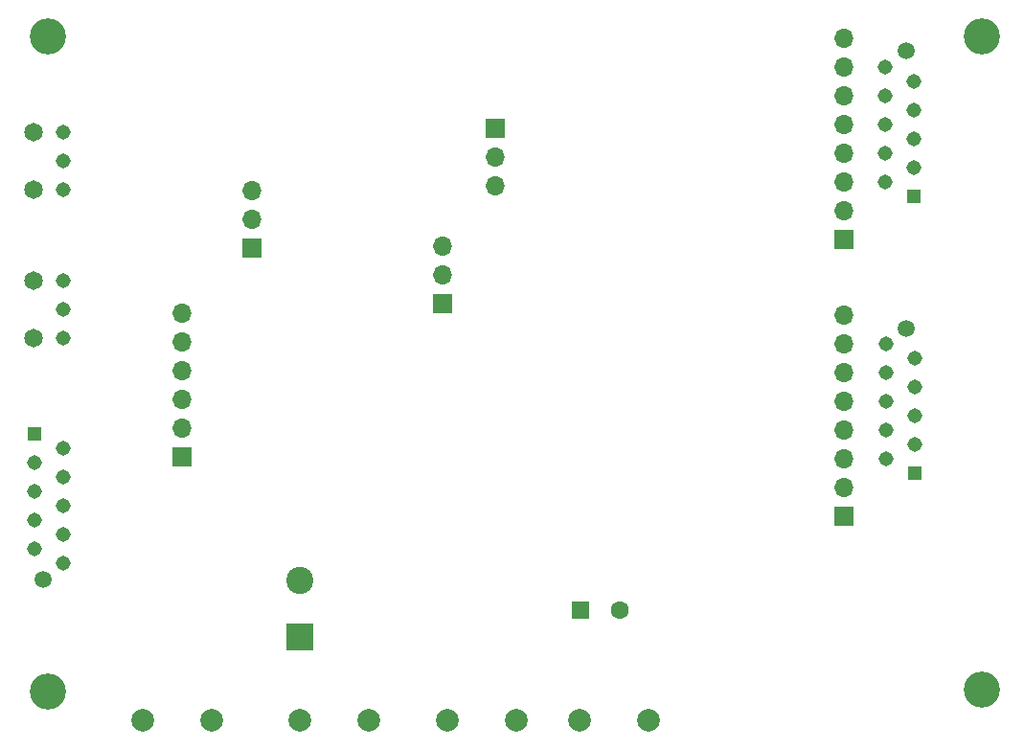
<source format=gbr>
G04 #@! TF.GenerationSoftware,KiCad,Pcbnew,(5.1.9-0-10_14)*
G04 #@! TF.CreationDate,2021-03-22T16:22:46+01:00*
G04 #@! TF.ProjectId,dac,6461632e-6b69-4636-9164-5f7063625858,rev?*
G04 #@! TF.SameCoordinates,Original*
G04 #@! TF.FileFunction,Soldermask,Bot*
G04 #@! TF.FilePolarity,Negative*
%FSLAX46Y46*%
G04 Gerber Fmt 4.6, Leading zero omitted, Abs format (unit mm)*
G04 Created by KiCad (PCBNEW (5.1.9-0-10_14)) date 2021-03-22 16:22:46*
%MOMM*%
%LPD*%
G01*
G04 APERTURE LIST*
%ADD10C,1.308000*%
%ADD11C,1.650000*%
%ADD12C,2.000000*%
%ADD13R,1.308000X1.308000*%
%ADD14C,1.500000*%
%ADD15O,1.700000X1.700000*%
%ADD16R,1.700000X1.700000*%
%ADD17C,1.600000*%
%ADD18R,1.600000X1.600000*%
%ADD19C,3.200000*%
%ADD20C,2.400000*%
%ADD21R,2.400000X2.400000*%
G04 APERTURE END LIST*
D10*
X115025000Y-83185000D03*
X115025000Y-85725000D03*
X115025000Y-88265000D03*
D11*
X112395000Y-88265000D03*
X112395000Y-83185000D03*
D10*
X115025000Y-70104000D03*
X115025000Y-72644000D03*
X115025000Y-75184000D03*
D11*
X112395000Y-75184000D03*
X112395000Y-70104000D03*
D12*
X141986000Y-122047000D03*
X135890000Y-122047000D03*
D13*
X190246000Y-100266500D03*
D10*
X187706000Y-98996500D03*
X190246000Y-97726500D03*
X187706000Y-96456500D03*
X190246000Y-95186500D03*
X187706000Y-93916500D03*
X190246000Y-92646500D03*
X187706000Y-91376500D03*
X190246000Y-90106500D03*
X187706000Y-88836500D03*
D14*
X189506000Y-87436500D03*
D15*
X184023000Y-86296500D03*
X184023000Y-88836500D03*
X184023000Y-91376500D03*
X184023000Y-93916500D03*
X184023000Y-96456500D03*
X184023000Y-98996500D03*
X184023000Y-101536500D03*
D16*
X184023000Y-104076500D03*
D15*
X153162000Y-74866500D03*
X153162000Y-72326500D03*
D16*
X153162000Y-69786500D03*
D15*
X131699000Y-75247500D03*
X131699000Y-77787500D03*
D16*
X131699000Y-80327500D03*
D15*
X184023000Y-61785500D03*
X184023000Y-64325500D03*
X184023000Y-66865500D03*
X184023000Y-69405500D03*
X184023000Y-71945500D03*
X184023000Y-74485500D03*
X184023000Y-77025500D03*
D16*
X184023000Y-79565500D03*
D15*
X148526500Y-80137000D03*
X148526500Y-82677000D03*
D16*
X148526500Y-85217000D03*
D13*
X112458500Y-96774000D03*
D10*
X114998500Y-98044000D03*
X112458500Y-99314000D03*
X114998500Y-100584000D03*
X112458500Y-101854000D03*
X114998500Y-103124000D03*
X112458500Y-104394000D03*
X114998500Y-105664000D03*
X112458500Y-106934000D03*
X114998500Y-108204000D03*
D14*
X113198500Y-109604000D03*
D13*
X190224000Y-75755500D03*
D10*
X187684000Y-74485500D03*
X190224000Y-73215500D03*
X187684000Y-71945500D03*
X190224000Y-70675500D03*
X187684000Y-69405500D03*
X190224000Y-68135500D03*
X187684000Y-66865500D03*
X190224000Y-65595500D03*
X187684000Y-64325500D03*
D14*
X189484000Y-62925500D03*
D17*
X164211000Y-112331500D03*
D18*
X160711000Y-112331500D03*
D15*
X125539500Y-86106000D03*
X125539500Y-88646000D03*
X125539500Y-91186000D03*
X125539500Y-93726000D03*
X125539500Y-96266000D03*
D16*
X125539500Y-98806000D03*
D12*
X122047000Y-122047000D03*
X128143000Y-122047000D03*
X155067000Y-122047000D03*
X160655000Y-122047000D03*
X166751000Y-122047000D03*
X148971000Y-122047000D03*
D19*
X113665000Y-119507000D03*
X196215000Y-119380000D03*
X196215000Y-61595000D03*
X113665000Y-61595000D03*
D20*
X135890000Y-109681000D03*
D21*
X135890000Y-114681000D03*
M02*

</source>
